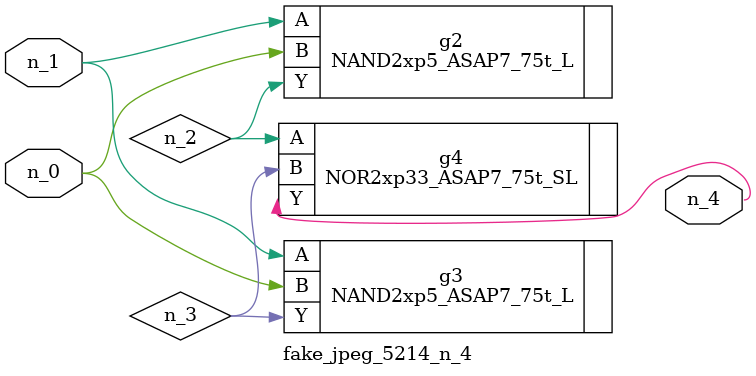
<source format=v>
module fake_jpeg_5214_n_4 (n_0, n_1, n_4);

input n_0;
input n_1;

output n_4;

wire n_2;
wire n_3;

NAND2xp5_ASAP7_75t_L g2 ( 
.A(n_1),
.B(n_0),
.Y(n_2)
);

NAND2xp5_ASAP7_75t_L g3 ( 
.A(n_1),
.B(n_0),
.Y(n_3)
);

NOR2xp33_ASAP7_75t_SL g4 ( 
.A(n_2),
.B(n_3),
.Y(n_4)
);


endmodule
</source>
